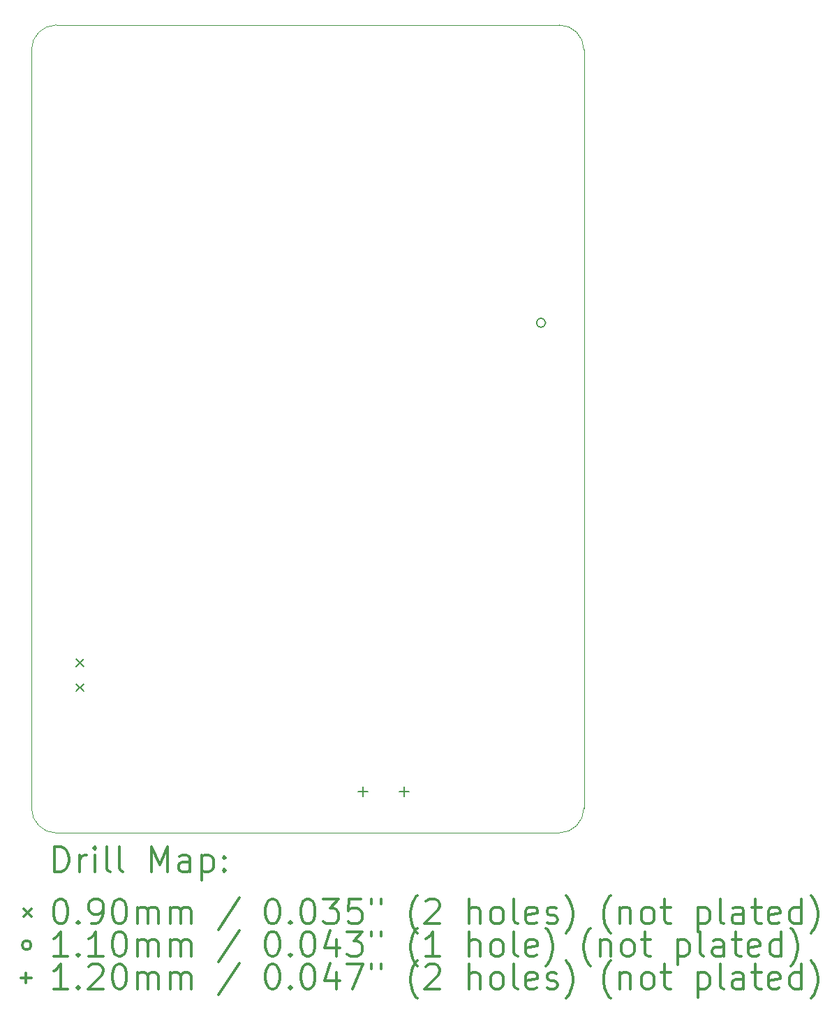
<source format=gbr>
%FSLAX45Y45*%
G04 Gerber Fmt 4.5, Leading zero omitted, Abs format (unit mm)*
G04 Created by KiCad (PCBNEW (5.1.7)-1) date 2020-11-22 20:53:00*
%MOMM*%
%LPD*%
G01*
G04 APERTURE LIST*
%TA.AperFunction,Profile*%
%ADD10C,0.100000*%
%TD*%
%ADD11C,0.200000*%
%ADD12C,0.300000*%
G04 APERTURE END LIST*
D10*
X6400000Y0D02*
G75*
G02*
X6700000Y-300000I0J-300000D01*
G01*
X300000Y-9800000D02*
G75*
G02*
X0Y-9500000I0J300000D01*
G01*
X300000Y-9800000D02*
X6400000Y-9800000D01*
X6700000Y-9500000D02*
X6700000Y-300000D01*
X6400000Y0D02*
X300000Y0D01*
X0Y-300000D02*
G75*
G02*
X300000Y0I300000J0D01*
G01*
X0Y-300000D02*
X0Y-9500000D01*
X6700000Y-9500000D02*
G75*
G02*
X6400000Y-9800000I-300000J0D01*
G01*
D11*
X540490Y-7693224D02*
X630490Y-7783224D01*
X630490Y-7693224D02*
X540490Y-7783224D01*
X540490Y-7993224D02*
X630490Y-8083224D01*
X630490Y-7993224D02*
X540490Y-8083224D01*
X6234820Y-3612034D02*
G75*
G03*
X6234820Y-3612034I-55000J0D01*
G01*
X4021772Y-9237440D02*
X4021772Y-9357440D01*
X3961772Y-9297440D02*
X4081772Y-9297440D01*
X4521772Y-9237440D02*
X4521772Y-9357440D01*
X4461772Y-9297440D02*
X4581772Y-9297440D01*
D12*
X281428Y-10270714D02*
X281428Y-9970714D01*
X352857Y-9970714D01*
X395714Y-9985000D01*
X424286Y-10013572D01*
X438571Y-10042143D01*
X452857Y-10099286D01*
X452857Y-10142143D01*
X438571Y-10199286D01*
X424286Y-10227857D01*
X395714Y-10256429D01*
X352857Y-10270714D01*
X281428Y-10270714D01*
X581428Y-10270714D02*
X581428Y-10070714D01*
X581428Y-10127857D02*
X595714Y-10099286D01*
X610000Y-10085000D01*
X638571Y-10070714D01*
X667143Y-10070714D01*
X767143Y-10270714D02*
X767143Y-10070714D01*
X767143Y-9970714D02*
X752857Y-9985000D01*
X767143Y-9999286D01*
X781428Y-9985000D01*
X767143Y-9970714D01*
X767143Y-9999286D01*
X952857Y-10270714D02*
X924286Y-10256429D01*
X910000Y-10227857D01*
X910000Y-9970714D01*
X1110000Y-10270714D02*
X1081428Y-10256429D01*
X1067143Y-10227857D01*
X1067143Y-9970714D01*
X1452857Y-10270714D02*
X1452857Y-9970714D01*
X1552857Y-10185000D01*
X1652857Y-9970714D01*
X1652857Y-10270714D01*
X1924286Y-10270714D02*
X1924286Y-10113572D01*
X1910000Y-10085000D01*
X1881428Y-10070714D01*
X1824286Y-10070714D01*
X1795714Y-10085000D01*
X1924286Y-10256429D02*
X1895714Y-10270714D01*
X1824286Y-10270714D01*
X1795714Y-10256429D01*
X1781428Y-10227857D01*
X1781428Y-10199286D01*
X1795714Y-10170714D01*
X1824286Y-10156429D01*
X1895714Y-10156429D01*
X1924286Y-10142143D01*
X2067143Y-10070714D02*
X2067143Y-10370714D01*
X2067143Y-10085000D02*
X2095714Y-10070714D01*
X2152857Y-10070714D01*
X2181428Y-10085000D01*
X2195714Y-10099286D01*
X2210000Y-10127857D01*
X2210000Y-10213572D01*
X2195714Y-10242143D01*
X2181428Y-10256429D01*
X2152857Y-10270714D01*
X2095714Y-10270714D01*
X2067143Y-10256429D01*
X2338571Y-10242143D02*
X2352857Y-10256429D01*
X2338571Y-10270714D01*
X2324286Y-10256429D01*
X2338571Y-10242143D01*
X2338571Y-10270714D01*
X2338571Y-10085000D02*
X2352857Y-10099286D01*
X2338571Y-10113572D01*
X2324286Y-10099286D01*
X2338571Y-10085000D01*
X2338571Y-10113572D01*
X-95000Y-10720000D02*
X-5000Y-10810000D01*
X-5000Y-10720000D02*
X-95000Y-10810000D01*
X338571Y-10600714D02*
X367143Y-10600714D01*
X395714Y-10615000D01*
X410000Y-10629286D01*
X424286Y-10657857D01*
X438571Y-10715000D01*
X438571Y-10786429D01*
X424286Y-10843572D01*
X410000Y-10872143D01*
X395714Y-10886429D01*
X367143Y-10900714D01*
X338571Y-10900714D01*
X310000Y-10886429D01*
X295714Y-10872143D01*
X281428Y-10843572D01*
X267143Y-10786429D01*
X267143Y-10715000D01*
X281428Y-10657857D01*
X295714Y-10629286D01*
X310000Y-10615000D01*
X338571Y-10600714D01*
X567143Y-10872143D02*
X581428Y-10886429D01*
X567143Y-10900714D01*
X552857Y-10886429D01*
X567143Y-10872143D01*
X567143Y-10900714D01*
X724286Y-10900714D02*
X781428Y-10900714D01*
X810000Y-10886429D01*
X824286Y-10872143D01*
X852857Y-10829286D01*
X867143Y-10772143D01*
X867143Y-10657857D01*
X852857Y-10629286D01*
X838571Y-10615000D01*
X810000Y-10600714D01*
X752857Y-10600714D01*
X724286Y-10615000D01*
X710000Y-10629286D01*
X695714Y-10657857D01*
X695714Y-10729286D01*
X710000Y-10757857D01*
X724286Y-10772143D01*
X752857Y-10786429D01*
X810000Y-10786429D01*
X838571Y-10772143D01*
X852857Y-10757857D01*
X867143Y-10729286D01*
X1052857Y-10600714D02*
X1081428Y-10600714D01*
X1110000Y-10615000D01*
X1124286Y-10629286D01*
X1138571Y-10657857D01*
X1152857Y-10715000D01*
X1152857Y-10786429D01*
X1138571Y-10843572D01*
X1124286Y-10872143D01*
X1110000Y-10886429D01*
X1081428Y-10900714D01*
X1052857Y-10900714D01*
X1024286Y-10886429D01*
X1010000Y-10872143D01*
X995714Y-10843572D01*
X981428Y-10786429D01*
X981428Y-10715000D01*
X995714Y-10657857D01*
X1010000Y-10629286D01*
X1024286Y-10615000D01*
X1052857Y-10600714D01*
X1281428Y-10900714D02*
X1281428Y-10700714D01*
X1281428Y-10729286D02*
X1295714Y-10715000D01*
X1324286Y-10700714D01*
X1367143Y-10700714D01*
X1395714Y-10715000D01*
X1410000Y-10743572D01*
X1410000Y-10900714D01*
X1410000Y-10743572D02*
X1424286Y-10715000D01*
X1452857Y-10700714D01*
X1495714Y-10700714D01*
X1524286Y-10715000D01*
X1538571Y-10743572D01*
X1538571Y-10900714D01*
X1681428Y-10900714D02*
X1681428Y-10700714D01*
X1681428Y-10729286D02*
X1695714Y-10715000D01*
X1724286Y-10700714D01*
X1767143Y-10700714D01*
X1795714Y-10715000D01*
X1810000Y-10743572D01*
X1810000Y-10900714D01*
X1810000Y-10743572D02*
X1824286Y-10715000D01*
X1852857Y-10700714D01*
X1895714Y-10700714D01*
X1924286Y-10715000D01*
X1938571Y-10743572D01*
X1938571Y-10900714D01*
X2524286Y-10586429D02*
X2267143Y-10972143D01*
X2910000Y-10600714D02*
X2938571Y-10600714D01*
X2967143Y-10615000D01*
X2981428Y-10629286D01*
X2995714Y-10657857D01*
X3010000Y-10715000D01*
X3010000Y-10786429D01*
X2995714Y-10843572D01*
X2981428Y-10872143D01*
X2967143Y-10886429D01*
X2938571Y-10900714D01*
X2910000Y-10900714D01*
X2881428Y-10886429D01*
X2867143Y-10872143D01*
X2852857Y-10843572D01*
X2838571Y-10786429D01*
X2838571Y-10715000D01*
X2852857Y-10657857D01*
X2867143Y-10629286D01*
X2881428Y-10615000D01*
X2910000Y-10600714D01*
X3138571Y-10872143D02*
X3152857Y-10886429D01*
X3138571Y-10900714D01*
X3124286Y-10886429D01*
X3138571Y-10872143D01*
X3138571Y-10900714D01*
X3338571Y-10600714D02*
X3367143Y-10600714D01*
X3395714Y-10615000D01*
X3410000Y-10629286D01*
X3424286Y-10657857D01*
X3438571Y-10715000D01*
X3438571Y-10786429D01*
X3424286Y-10843572D01*
X3410000Y-10872143D01*
X3395714Y-10886429D01*
X3367143Y-10900714D01*
X3338571Y-10900714D01*
X3310000Y-10886429D01*
X3295714Y-10872143D01*
X3281428Y-10843572D01*
X3267143Y-10786429D01*
X3267143Y-10715000D01*
X3281428Y-10657857D01*
X3295714Y-10629286D01*
X3310000Y-10615000D01*
X3338571Y-10600714D01*
X3538571Y-10600714D02*
X3724286Y-10600714D01*
X3624286Y-10715000D01*
X3667143Y-10715000D01*
X3695714Y-10729286D01*
X3710000Y-10743572D01*
X3724286Y-10772143D01*
X3724286Y-10843572D01*
X3710000Y-10872143D01*
X3695714Y-10886429D01*
X3667143Y-10900714D01*
X3581428Y-10900714D01*
X3552857Y-10886429D01*
X3538571Y-10872143D01*
X3995714Y-10600714D02*
X3852857Y-10600714D01*
X3838571Y-10743572D01*
X3852857Y-10729286D01*
X3881428Y-10715000D01*
X3952857Y-10715000D01*
X3981428Y-10729286D01*
X3995714Y-10743572D01*
X4010000Y-10772143D01*
X4010000Y-10843572D01*
X3995714Y-10872143D01*
X3981428Y-10886429D01*
X3952857Y-10900714D01*
X3881428Y-10900714D01*
X3852857Y-10886429D01*
X3838571Y-10872143D01*
X4124286Y-10600714D02*
X4124286Y-10657857D01*
X4238571Y-10600714D02*
X4238571Y-10657857D01*
X4681428Y-11015000D02*
X4667143Y-11000714D01*
X4638571Y-10957857D01*
X4624286Y-10929286D01*
X4610000Y-10886429D01*
X4595714Y-10815000D01*
X4595714Y-10757857D01*
X4610000Y-10686429D01*
X4624286Y-10643572D01*
X4638571Y-10615000D01*
X4667143Y-10572143D01*
X4681428Y-10557857D01*
X4781428Y-10629286D02*
X4795714Y-10615000D01*
X4824286Y-10600714D01*
X4895714Y-10600714D01*
X4924286Y-10615000D01*
X4938571Y-10629286D01*
X4952857Y-10657857D01*
X4952857Y-10686429D01*
X4938571Y-10729286D01*
X4767143Y-10900714D01*
X4952857Y-10900714D01*
X5310000Y-10900714D02*
X5310000Y-10600714D01*
X5438571Y-10900714D02*
X5438571Y-10743572D01*
X5424286Y-10715000D01*
X5395714Y-10700714D01*
X5352857Y-10700714D01*
X5324286Y-10715000D01*
X5310000Y-10729286D01*
X5624286Y-10900714D02*
X5595714Y-10886429D01*
X5581428Y-10872143D01*
X5567143Y-10843572D01*
X5567143Y-10757857D01*
X5581428Y-10729286D01*
X5595714Y-10715000D01*
X5624286Y-10700714D01*
X5667143Y-10700714D01*
X5695714Y-10715000D01*
X5710000Y-10729286D01*
X5724286Y-10757857D01*
X5724286Y-10843572D01*
X5710000Y-10872143D01*
X5695714Y-10886429D01*
X5667143Y-10900714D01*
X5624286Y-10900714D01*
X5895714Y-10900714D02*
X5867143Y-10886429D01*
X5852857Y-10857857D01*
X5852857Y-10600714D01*
X6124286Y-10886429D02*
X6095714Y-10900714D01*
X6038571Y-10900714D01*
X6010000Y-10886429D01*
X5995714Y-10857857D01*
X5995714Y-10743572D01*
X6010000Y-10715000D01*
X6038571Y-10700714D01*
X6095714Y-10700714D01*
X6124286Y-10715000D01*
X6138571Y-10743572D01*
X6138571Y-10772143D01*
X5995714Y-10800714D01*
X6252857Y-10886429D02*
X6281428Y-10900714D01*
X6338571Y-10900714D01*
X6367143Y-10886429D01*
X6381428Y-10857857D01*
X6381428Y-10843572D01*
X6367143Y-10815000D01*
X6338571Y-10800714D01*
X6295714Y-10800714D01*
X6267143Y-10786429D01*
X6252857Y-10757857D01*
X6252857Y-10743572D01*
X6267143Y-10715000D01*
X6295714Y-10700714D01*
X6338571Y-10700714D01*
X6367143Y-10715000D01*
X6481428Y-11015000D02*
X6495714Y-11000714D01*
X6524286Y-10957857D01*
X6538571Y-10929286D01*
X6552857Y-10886429D01*
X6567143Y-10815000D01*
X6567143Y-10757857D01*
X6552857Y-10686429D01*
X6538571Y-10643572D01*
X6524286Y-10615000D01*
X6495714Y-10572143D01*
X6481428Y-10557857D01*
X7024286Y-11015000D02*
X7010000Y-11000714D01*
X6981428Y-10957857D01*
X6967143Y-10929286D01*
X6952857Y-10886429D01*
X6938571Y-10815000D01*
X6938571Y-10757857D01*
X6952857Y-10686429D01*
X6967143Y-10643572D01*
X6981428Y-10615000D01*
X7010000Y-10572143D01*
X7024286Y-10557857D01*
X7138571Y-10700714D02*
X7138571Y-10900714D01*
X7138571Y-10729286D02*
X7152857Y-10715000D01*
X7181428Y-10700714D01*
X7224286Y-10700714D01*
X7252857Y-10715000D01*
X7267143Y-10743572D01*
X7267143Y-10900714D01*
X7452857Y-10900714D02*
X7424286Y-10886429D01*
X7410000Y-10872143D01*
X7395714Y-10843572D01*
X7395714Y-10757857D01*
X7410000Y-10729286D01*
X7424286Y-10715000D01*
X7452857Y-10700714D01*
X7495714Y-10700714D01*
X7524286Y-10715000D01*
X7538571Y-10729286D01*
X7552857Y-10757857D01*
X7552857Y-10843572D01*
X7538571Y-10872143D01*
X7524286Y-10886429D01*
X7495714Y-10900714D01*
X7452857Y-10900714D01*
X7638571Y-10700714D02*
X7752857Y-10700714D01*
X7681428Y-10600714D02*
X7681428Y-10857857D01*
X7695714Y-10886429D01*
X7724286Y-10900714D01*
X7752857Y-10900714D01*
X8081428Y-10700714D02*
X8081428Y-11000714D01*
X8081428Y-10715000D02*
X8110000Y-10700714D01*
X8167143Y-10700714D01*
X8195714Y-10715000D01*
X8210000Y-10729286D01*
X8224286Y-10757857D01*
X8224286Y-10843572D01*
X8210000Y-10872143D01*
X8195714Y-10886429D01*
X8167143Y-10900714D01*
X8110000Y-10900714D01*
X8081428Y-10886429D01*
X8395714Y-10900714D02*
X8367143Y-10886429D01*
X8352857Y-10857857D01*
X8352857Y-10600714D01*
X8638571Y-10900714D02*
X8638571Y-10743572D01*
X8624286Y-10715000D01*
X8595714Y-10700714D01*
X8538571Y-10700714D01*
X8510000Y-10715000D01*
X8638571Y-10886429D02*
X8610000Y-10900714D01*
X8538571Y-10900714D01*
X8510000Y-10886429D01*
X8495714Y-10857857D01*
X8495714Y-10829286D01*
X8510000Y-10800714D01*
X8538571Y-10786429D01*
X8610000Y-10786429D01*
X8638571Y-10772143D01*
X8738571Y-10700714D02*
X8852857Y-10700714D01*
X8781428Y-10600714D02*
X8781428Y-10857857D01*
X8795714Y-10886429D01*
X8824286Y-10900714D01*
X8852857Y-10900714D01*
X9067143Y-10886429D02*
X9038571Y-10900714D01*
X8981428Y-10900714D01*
X8952857Y-10886429D01*
X8938571Y-10857857D01*
X8938571Y-10743572D01*
X8952857Y-10715000D01*
X8981428Y-10700714D01*
X9038571Y-10700714D01*
X9067143Y-10715000D01*
X9081428Y-10743572D01*
X9081428Y-10772143D01*
X8938571Y-10800714D01*
X9338571Y-10900714D02*
X9338571Y-10600714D01*
X9338571Y-10886429D02*
X9310000Y-10900714D01*
X9252857Y-10900714D01*
X9224286Y-10886429D01*
X9210000Y-10872143D01*
X9195714Y-10843572D01*
X9195714Y-10757857D01*
X9210000Y-10729286D01*
X9224286Y-10715000D01*
X9252857Y-10700714D01*
X9310000Y-10700714D01*
X9338571Y-10715000D01*
X9452857Y-11015000D02*
X9467143Y-11000714D01*
X9495714Y-10957857D01*
X9510000Y-10929286D01*
X9524286Y-10886429D01*
X9538571Y-10815000D01*
X9538571Y-10757857D01*
X9524286Y-10686429D01*
X9510000Y-10643572D01*
X9495714Y-10615000D01*
X9467143Y-10572143D01*
X9452857Y-10557857D01*
X-5000Y-11161000D02*
G75*
G03*
X-5000Y-11161000I-55000J0D01*
G01*
X438571Y-11296714D02*
X267143Y-11296714D01*
X352857Y-11296714D02*
X352857Y-10996714D01*
X324286Y-11039572D01*
X295714Y-11068143D01*
X267143Y-11082429D01*
X567143Y-11268143D02*
X581428Y-11282429D01*
X567143Y-11296714D01*
X552857Y-11282429D01*
X567143Y-11268143D01*
X567143Y-11296714D01*
X867143Y-11296714D02*
X695714Y-11296714D01*
X781428Y-11296714D02*
X781428Y-10996714D01*
X752857Y-11039572D01*
X724286Y-11068143D01*
X695714Y-11082429D01*
X1052857Y-10996714D02*
X1081428Y-10996714D01*
X1110000Y-11011000D01*
X1124286Y-11025286D01*
X1138571Y-11053857D01*
X1152857Y-11111000D01*
X1152857Y-11182429D01*
X1138571Y-11239571D01*
X1124286Y-11268143D01*
X1110000Y-11282429D01*
X1081428Y-11296714D01*
X1052857Y-11296714D01*
X1024286Y-11282429D01*
X1010000Y-11268143D01*
X995714Y-11239571D01*
X981428Y-11182429D01*
X981428Y-11111000D01*
X995714Y-11053857D01*
X1010000Y-11025286D01*
X1024286Y-11011000D01*
X1052857Y-10996714D01*
X1281428Y-11296714D02*
X1281428Y-11096714D01*
X1281428Y-11125286D02*
X1295714Y-11111000D01*
X1324286Y-11096714D01*
X1367143Y-11096714D01*
X1395714Y-11111000D01*
X1410000Y-11139572D01*
X1410000Y-11296714D01*
X1410000Y-11139572D02*
X1424286Y-11111000D01*
X1452857Y-11096714D01*
X1495714Y-11096714D01*
X1524286Y-11111000D01*
X1538571Y-11139572D01*
X1538571Y-11296714D01*
X1681428Y-11296714D02*
X1681428Y-11096714D01*
X1681428Y-11125286D02*
X1695714Y-11111000D01*
X1724286Y-11096714D01*
X1767143Y-11096714D01*
X1795714Y-11111000D01*
X1810000Y-11139572D01*
X1810000Y-11296714D01*
X1810000Y-11139572D02*
X1824286Y-11111000D01*
X1852857Y-11096714D01*
X1895714Y-11096714D01*
X1924286Y-11111000D01*
X1938571Y-11139572D01*
X1938571Y-11296714D01*
X2524286Y-10982429D02*
X2267143Y-11368143D01*
X2910000Y-10996714D02*
X2938571Y-10996714D01*
X2967143Y-11011000D01*
X2981428Y-11025286D01*
X2995714Y-11053857D01*
X3010000Y-11111000D01*
X3010000Y-11182429D01*
X2995714Y-11239571D01*
X2981428Y-11268143D01*
X2967143Y-11282429D01*
X2938571Y-11296714D01*
X2910000Y-11296714D01*
X2881428Y-11282429D01*
X2867143Y-11268143D01*
X2852857Y-11239571D01*
X2838571Y-11182429D01*
X2838571Y-11111000D01*
X2852857Y-11053857D01*
X2867143Y-11025286D01*
X2881428Y-11011000D01*
X2910000Y-10996714D01*
X3138571Y-11268143D02*
X3152857Y-11282429D01*
X3138571Y-11296714D01*
X3124286Y-11282429D01*
X3138571Y-11268143D01*
X3138571Y-11296714D01*
X3338571Y-10996714D02*
X3367143Y-10996714D01*
X3395714Y-11011000D01*
X3410000Y-11025286D01*
X3424286Y-11053857D01*
X3438571Y-11111000D01*
X3438571Y-11182429D01*
X3424286Y-11239571D01*
X3410000Y-11268143D01*
X3395714Y-11282429D01*
X3367143Y-11296714D01*
X3338571Y-11296714D01*
X3310000Y-11282429D01*
X3295714Y-11268143D01*
X3281428Y-11239571D01*
X3267143Y-11182429D01*
X3267143Y-11111000D01*
X3281428Y-11053857D01*
X3295714Y-11025286D01*
X3310000Y-11011000D01*
X3338571Y-10996714D01*
X3695714Y-11096714D02*
X3695714Y-11296714D01*
X3624286Y-10982429D02*
X3552857Y-11196714D01*
X3738571Y-11196714D01*
X3824286Y-10996714D02*
X4010000Y-10996714D01*
X3910000Y-11111000D01*
X3952857Y-11111000D01*
X3981428Y-11125286D01*
X3995714Y-11139572D01*
X4010000Y-11168143D01*
X4010000Y-11239571D01*
X3995714Y-11268143D01*
X3981428Y-11282429D01*
X3952857Y-11296714D01*
X3867143Y-11296714D01*
X3838571Y-11282429D01*
X3824286Y-11268143D01*
X4124286Y-10996714D02*
X4124286Y-11053857D01*
X4238571Y-10996714D02*
X4238571Y-11053857D01*
X4681428Y-11411000D02*
X4667143Y-11396714D01*
X4638571Y-11353857D01*
X4624286Y-11325286D01*
X4610000Y-11282429D01*
X4595714Y-11211000D01*
X4595714Y-11153857D01*
X4610000Y-11082429D01*
X4624286Y-11039572D01*
X4638571Y-11011000D01*
X4667143Y-10968143D01*
X4681428Y-10953857D01*
X4952857Y-11296714D02*
X4781428Y-11296714D01*
X4867143Y-11296714D02*
X4867143Y-10996714D01*
X4838571Y-11039572D01*
X4810000Y-11068143D01*
X4781428Y-11082429D01*
X5310000Y-11296714D02*
X5310000Y-10996714D01*
X5438571Y-11296714D02*
X5438571Y-11139572D01*
X5424286Y-11111000D01*
X5395714Y-11096714D01*
X5352857Y-11096714D01*
X5324286Y-11111000D01*
X5310000Y-11125286D01*
X5624286Y-11296714D02*
X5595714Y-11282429D01*
X5581428Y-11268143D01*
X5567143Y-11239571D01*
X5567143Y-11153857D01*
X5581428Y-11125286D01*
X5595714Y-11111000D01*
X5624286Y-11096714D01*
X5667143Y-11096714D01*
X5695714Y-11111000D01*
X5710000Y-11125286D01*
X5724286Y-11153857D01*
X5724286Y-11239571D01*
X5710000Y-11268143D01*
X5695714Y-11282429D01*
X5667143Y-11296714D01*
X5624286Y-11296714D01*
X5895714Y-11296714D02*
X5867143Y-11282429D01*
X5852857Y-11253857D01*
X5852857Y-10996714D01*
X6124286Y-11282429D02*
X6095714Y-11296714D01*
X6038571Y-11296714D01*
X6010000Y-11282429D01*
X5995714Y-11253857D01*
X5995714Y-11139572D01*
X6010000Y-11111000D01*
X6038571Y-11096714D01*
X6095714Y-11096714D01*
X6124286Y-11111000D01*
X6138571Y-11139572D01*
X6138571Y-11168143D01*
X5995714Y-11196714D01*
X6238571Y-11411000D02*
X6252857Y-11396714D01*
X6281428Y-11353857D01*
X6295714Y-11325286D01*
X6310000Y-11282429D01*
X6324286Y-11211000D01*
X6324286Y-11153857D01*
X6310000Y-11082429D01*
X6295714Y-11039572D01*
X6281428Y-11011000D01*
X6252857Y-10968143D01*
X6238571Y-10953857D01*
X6781428Y-11411000D02*
X6767143Y-11396714D01*
X6738571Y-11353857D01*
X6724286Y-11325286D01*
X6710000Y-11282429D01*
X6695714Y-11211000D01*
X6695714Y-11153857D01*
X6710000Y-11082429D01*
X6724286Y-11039572D01*
X6738571Y-11011000D01*
X6767143Y-10968143D01*
X6781428Y-10953857D01*
X6895714Y-11096714D02*
X6895714Y-11296714D01*
X6895714Y-11125286D02*
X6910000Y-11111000D01*
X6938571Y-11096714D01*
X6981428Y-11096714D01*
X7010000Y-11111000D01*
X7024286Y-11139572D01*
X7024286Y-11296714D01*
X7210000Y-11296714D02*
X7181428Y-11282429D01*
X7167143Y-11268143D01*
X7152857Y-11239571D01*
X7152857Y-11153857D01*
X7167143Y-11125286D01*
X7181428Y-11111000D01*
X7210000Y-11096714D01*
X7252857Y-11096714D01*
X7281428Y-11111000D01*
X7295714Y-11125286D01*
X7310000Y-11153857D01*
X7310000Y-11239571D01*
X7295714Y-11268143D01*
X7281428Y-11282429D01*
X7252857Y-11296714D01*
X7210000Y-11296714D01*
X7395714Y-11096714D02*
X7510000Y-11096714D01*
X7438571Y-10996714D02*
X7438571Y-11253857D01*
X7452857Y-11282429D01*
X7481428Y-11296714D01*
X7510000Y-11296714D01*
X7838571Y-11096714D02*
X7838571Y-11396714D01*
X7838571Y-11111000D02*
X7867143Y-11096714D01*
X7924286Y-11096714D01*
X7952857Y-11111000D01*
X7967143Y-11125286D01*
X7981428Y-11153857D01*
X7981428Y-11239571D01*
X7967143Y-11268143D01*
X7952857Y-11282429D01*
X7924286Y-11296714D01*
X7867143Y-11296714D01*
X7838571Y-11282429D01*
X8152857Y-11296714D02*
X8124286Y-11282429D01*
X8110000Y-11253857D01*
X8110000Y-10996714D01*
X8395714Y-11296714D02*
X8395714Y-11139572D01*
X8381428Y-11111000D01*
X8352857Y-11096714D01*
X8295714Y-11096714D01*
X8267143Y-11111000D01*
X8395714Y-11282429D02*
X8367143Y-11296714D01*
X8295714Y-11296714D01*
X8267143Y-11282429D01*
X8252857Y-11253857D01*
X8252857Y-11225286D01*
X8267143Y-11196714D01*
X8295714Y-11182429D01*
X8367143Y-11182429D01*
X8395714Y-11168143D01*
X8495714Y-11096714D02*
X8610000Y-11096714D01*
X8538571Y-10996714D02*
X8538571Y-11253857D01*
X8552857Y-11282429D01*
X8581428Y-11296714D01*
X8610000Y-11296714D01*
X8824286Y-11282429D02*
X8795714Y-11296714D01*
X8738571Y-11296714D01*
X8710000Y-11282429D01*
X8695714Y-11253857D01*
X8695714Y-11139572D01*
X8710000Y-11111000D01*
X8738571Y-11096714D01*
X8795714Y-11096714D01*
X8824286Y-11111000D01*
X8838571Y-11139572D01*
X8838571Y-11168143D01*
X8695714Y-11196714D01*
X9095714Y-11296714D02*
X9095714Y-10996714D01*
X9095714Y-11282429D02*
X9067143Y-11296714D01*
X9010000Y-11296714D01*
X8981428Y-11282429D01*
X8967143Y-11268143D01*
X8952857Y-11239571D01*
X8952857Y-11153857D01*
X8967143Y-11125286D01*
X8981428Y-11111000D01*
X9010000Y-11096714D01*
X9067143Y-11096714D01*
X9095714Y-11111000D01*
X9210000Y-11411000D02*
X9224286Y-11396714D01*
X9252857Y-11353857D01*
X9267143Y-11325286D01*
X9281428Y-11282429D01*
X9295714Y-11211000D01*
X9295714Y-11153857D01*
X9281428Y-11082429D01*
X9267143Y-11039572D01*
X9252857Y-11011000D01*
X9224286Y-10968143D01*
X9210000Y-10953857D01*
X-65000Y-11497000D02*
X-65000Y-11617000D01*
X-125000Y-11557000D02*
X-5000Y-11557000D01*
X438571Y-11692714D02*
X267143Y-11692714D01*
X352857Y-11692714D02*
X352857Y-11392714D01*
X324286Y-11435571D01*
X295714Y-11464143D01*
X267143Y-11478429D01*
X567143Y-11664143D02*
X581428Y-11678429D01*
X567143Y-11692714D01*
X552857Y-11678429D01*
X567143Y-11664143D01*
X567143Y-11692714D01*
X695714Y-11421286D02*
X710000Y-11407000D01*
X738571Y-11392714D01*
X810000Y-11392714D01*
X838571Y-11407000D01*
X852857Y-11421286D01*
X867143Y-11449857D01*
X867143Y-11478429D01*
X852857Y-11521286D01*
X681428Y-11692714D01*
X867143Y-11692714D01*
X1052857Y-11392714D02*
X1081428Y-11392714D01*
X1110000Y-11407000D01*
X1124286Y-11421286D01*
X1138571Y-11449857D01*
X1152857Y-11507000D01*
X1152857Y-11578429D01*
X1138571Y-11635571D01*
X1124286Y-11664143D01*
X1110000Y-11678429D01*
X1081428Y-11692714D01*
X1052857Y-11692714D01*
X1024286Y-11678429D01*
X1010000Y-11664143D01*
X995714Y-11635571D01*
X981428Y-11578429D01*
X981428Y-11507000D01*
X995714Y-11449857D01*
X1010000Y-11421286D01*
X1024286Y-11407000D01*
X1052857Y-11392714D01*
X1281428Y-11692714D02*
X1281428Y-11492714D01*
X1281428Y-11521286D02*
X1295714Y-11507000D01*
X1324286Y-11492714D01*
X1367143Y-11492714D01*
X1395714Y-11507000D01*
X1410000Y-11535571D01*
X1410000Y-11692714D01*
X1410000Y-11535571D02*
X1424286Y-11507000D01*
X1452857Y-11492714D01*
X1495714Y-11492714D01*
X1524286Y-11507000D01*
X1538571Y-11535571D01*
X1538571Y-11692714D01*
X1681428Y-11692714D02*
X1681428Y-11492714D01*
X1681428Y-11521286D02*
X1695714Y-11507000D01*
X1724286Y-11492714D01*
X1767143Y-11492714D01*
X1795714Y-11507000D01*
X1810000Y-11535571D01*
X1810000Y-11692714D01*
X1810000Y-11535571D02*
X1824286Y-11507000D01*
X1852857Y-11492714D01*
X1895714Y-11492714D01*
X1924286Y-11507000D01*
X1938571Y-11535571D01*
X1938571Y-11692714D01*
X2524286Y-11378429D02*
X2267143Y-11764143D01*
X2910000Y-11392714D02*
X2938571Y-11392714D01*
X2967143Y-11407000D01*
X2981428Y-11421286D01*
X2995714Y-11449857D01*
X3010000Y-11507000D01*
X3010000Y-11578429D01*
X2995714Y-11635571D01*
X2981428Y-11664143D01*
X2967143Y-11678429D01*
X2938571Y-11692714D01*
X2910000Y-11692714D01*
X2881428Y-11678429D01*
X2867143Y-11664143D01*
X2852857Y-11635571D01*
X2838571Y-11578429D01*
X2838571Y-11507000D01*
X2852857Y-11449857D01*
X2867143Y-11421286D01*
X2881428Y-11407000D01*
X2910000Y-11392714D01*
X3138571Y-11664143D02*
X3152857Y-11678429D01*
X3138571Y-11692714D01*
X3124286Y-11678429D01*
X3138571Y-11664143D01*
X3138571Y-11692714D01*
X3338571Y-11392714D02*
X3367143Y-11392714D01*
X3395714Y-11407000D01*
X3410000Y-11421286D01*
X3424286Y-11449857D01*
X3438571Y-11507000D01*
X3438571Y-11578429D01*
X3424286Y-11635571D01*
X3410000Y-11664143D01*
X3395714Y-11678429D01*
X3367143Y-11692714D01*
X3338571Y-11692714D01*
X3310000Y-11678429D01*
X3295714Y-11664143D01*
X3281428Y-11635571D01*
X3267143Y-11578429D01*
X3267143Y-11507000D01*
X3281428Y-11449857D01*
X3295714Y-11421286D01*
X3310000Y-11407000D01*
X3338571Y-11392714D01*
X3695714Y-11492714D02*
X3695714Y-11692714D01*
X3624286Y-11378429D02*
X3552857Y-11592714D01*
X3738571Y-11592714D01*
X3824286Y-11392714D02*
X4024286Y-11392714D01*
X3895714Y-11692714D01*
X4124286Y-11392714D02*
X4124286Y-11449857D01*
X4238571Y-11392714D02*
X4238571Y-11449857D01*
X4681428Y-11807000D02*
X4667143Y-11792714D01*
X4638571Y-11749857D01*
X4624286Y-11721286D01*
X4610000Y-11678429D01*
X4595714Y-11607000D01*
X4595714Y-11549857D01*
X4610000Y-11478429D01*
X4624286Y-11435571D01*
X4638571Y-11407000D01*
X4667143Y-11364143D01*
X4681428Y-11349857D01*
X4781428Y-11421286D02*
X4795714Y-11407000D01*
X4824286Y-11392714D01*
X4895714Y-11392714D01*
X4924286Y-11407000D01*
X4938571Y-11421286D01*
X4952857Y-11449857D01*
X4952857Y-11478429D01*
X4938571Y-11521286D01*
X4767143Y-11692714D01*
X4952857Y-11692714D01*
X5310000Y-11692714D02*
X5310000Y-11392714D01*
X5438571Y-11692714D02*
X5438571Y-11535571D01*
X5424286Y-11507000D01*
X5395714Y-11492714D01*
X5352857Y-11492714D01*
X5324286Y-11507000D01*
X5310000Y-11521286D01*
X5624286Y-11692714D02*
X5595714Y-11678429D01*
X5581428Y-11664143D01*
X5567143Y-11635571D01*
X5567143Y-11549857D01*
X5581428Y-11521286D01*
X5595714Y-11507000D01*
X5624286Y-11492714D01*
X5667143Y-11492714D01*
X5695714Y-11507000D01*
X5710000Y-11521286D01*
X5724286Y-11549857D01*
X5724286Y-11635571D01*
X5710000Y-11664143D01*
X5695714Y-11678429D01*
X5667143Y-11692714D01*
X5624286Y-11692714D01*
X5895714Y-11692714D02*
X5867143Y-11678429D01*
X5852857Y-11649857D01*
X5852857Y-11392714D01*
X6124286Y-11678429D02*
X6095714Y-11692714D01*
X6038571Y-11692714D01*
X6010000Y-11678429D01*
X5995714Y-11649857D01*
X5995714Y-11535571D01*
X6010000Y-11507000D01*
X6038571Y-11492714D01*
X6095714Y-11492714D01*
X6124286Y-11507000D01*
X6138571Y-11535571D01*
X6138571Y-11564143D01*
X5995714Y-11592714D01*
X6252857Y-11678429D02*
X6281428Y-11692714D01*
X6338571Y-11692714D01*
X6367143Y-11678429D01*
X6381428Y-11649857D01*
X6381428Y-11635571D01*
X6367143Y-11607000D01*
X6338571Y-11592714D01*
X6295714Y-11592714D01*
X6267143Y-11578429D01*
X6252857Y-11549857D01*
X6252857Y-11535571D01*
X6267143Y-11507000D01*
X6295714Y-11492714D01*
X6338571Y-11492714D01*
X6367143Y-11507000D01*
X6481428Y-11807000D02*
X6495714Y-11792714D01*
X6524286Y-11749857D01*
X6538571Y-11721286D01*
X6552857Y-11678429D01*
X6567143Y-11607000D01*
X6567143Y-11549857D01*
X6552857Y-11478429D01*
X6538571Y-11435571D01*
X6524286Y-11407000D01*
X6495714Y-11364143D01*
X6481428Y-11349857D01*
X7024286Y-11807000D02*
X7010000Y-11792714D01*
X6981428Y-11749857D01*
X6967143Y-11721286D01*
X6952857Y-11678429D01*
X6938571Y-11607000D01*
X6938571Y-11549857D01*
X6952857Y-11478429D01*
X6967143Y-11435571D01*
X6981428Y-11407000D01*
X7010000Y-11364143D01*
X7024286Y-11349857D01*
X7138571Y-11492714D02*
X7138571Y-11692714D01*
X7138571Y-11521286D02*
X7152857Y-11507000D01*
X7181428Y-11492714D01*
X7224286Y-11492714D01*
X7252857Y-11507000D01*
X7267143Y-11535571D01*
X7267143Y-11692714D01*
X7452857Y-11692714D02*
X7424286Y-11678429D01*
X7410000Y-11664143D01*
X7395714Y-11635571D01*
X7395714Y-11549857D01*
X7410000Y-11521286D01*
X7424286Y-11507000D01*
X7452857Y-11492714D01*
X7495714Y-11492714D01*
X7524286Y-11507000D01*
X7538571Y-11521286D01*
X7552857Y-11549857D01*
X7552857Y-11635571D01*
X7538571Y-11664143D01*
X7524286Y-11678429D01*
X7495714Y-11692714D01*
X7452857Y-11692714D01*
X7638571Y-11492714D02*
X7752857Y-11492714D01*
X7681428Y-11392714D02*
X7681428Y-11649857D01*
X7695714Y-11678429D01*
X7724286Y-11692714D01*
X7752857Y-11692714D01*
X8081428Y-11492714D02*
X8081428Y-11792714D01*
X8081428Y-11507000D02*
X8110000Y-11492714D01*
X8167143Y-11492714D01*
X8195714Y-11507000D01*
X8210000Y-11521286D01*
X8224286Y-11549857D01*
X8224286Y-11635571D01*
X8210000Y-11664143D01*
X8195714Y-11678429D01*
X8167143Y-11692714D01*
X8110000Y-11692714D01*
X8081428Y-11678429D01*
X8395714Y-11692714D02*
X8367143Y-11678429D01*
X8352857Y-11649857D01*
X8352857Y-11392714D01*
X8638571Y-11692714D02*
X8638571Y-11535571D01*
X8624286Y-11507000D01*
X8595714Y-11492714D01*
X8538571Y-11492714D01*
X8510000Y-11507000D01*
X8638571Y-11678429D02*
X8610000Y-11692714D01*
X8538571Y-11692714D01*
X8510000Y-11678429D01*
X8495714Y-11649857D01*
X8495714Y-11621286D01*
X8510000Y-11592714D01*
X8538571Y-11578429D01*
X8610000Y-11578429D01*
X8638571Y-11564143D01*
X8738571Y-11492714D02*
X8852857Y-11492714D01*
X8781428Y-11392714D02*
X8781428Y-11649857D01*
X8795714Y-11678429D01*
X8824286Y-11692714D01*
X8852857Y-11692714D01*
X9067143Y-11678429D02*
X9038571Y-11692714D01*
X8981428Y-11692714D01*
X8952857Y-11678429D01*
X8938571Y-11649857D01*
X8938571Y-11535571D01*
X8952857Y-11507000D01*
X8981428Y-11492714D01*
X9038571Y-11492714D01*
X9067143Y-11507000D01*
X9081428Y-11535571D01*
X9081428Y-11564143D01*
X8938571Y-11592714D01*
X9338571Y-11692714D02*
X9338571Y-11392714D01*
X9338571Y-11678429D02*
X9310000Y-11692714D01*
X9252857Y-11692714D01*
X9224286Y-11678429D01*
X9210000Y-11664143D01*
X9195714Y-11635571D01*
X9195714Y-11549857D01*
X9210000Y-11521286D01*
X9224286Y-11507000D01*
X9252857Y-11492714D01*
X9310000Y-11492714D01*
X9338571Y-11507000D01*
X9452857Y-11807000D02*
X9467143Y-11792714D01*
X9495714Y-11749857D01*
X9510000Y-11721286D01*
X9524286Y-11678429D01*
X9538571Y-11607000D01*
X9538571Y-11549857D01*
X9524286Y-11478429D01*
X9510000Y-11435571D01*
X9495714Y-11407000D01*
X9467143Y-11364143D01*
X9452857Y-11349857D01*
M02*

</source>
